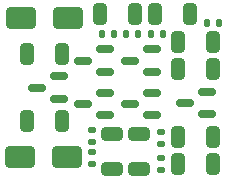
<source format=gtp>
%TF.GenerationSoftware,KiCad,Pcbnew,8.0.9-8.0.9-0~ubuntu24.04.1*%
%TF.CreationDate,2025-07-21T09:14:06-04:00*%
%TF.ProjectId,cap_multiplier_tile,6361705f-6d75-46c7-9469-706c6965725f,0.1.X*%
%TF.SameCoordinates,Original*%
%TF.FileFunction,Paste,Top*%
%TF.FilePolarity,Positive*%
%FSLAX46Y46*%
G04 Gerber Fmt 4.6, Leading zero omitted, Abs format (unit mm)*
G04 Created by KiCad (PCBNEW 8.0.9-8.0.9-0~ubuntu24.04.1) date 2025-07-21 09:14:06*
%MOMM*%
%LPD*%
G01*
G04 APERTURE LIST*
G04 Aperture macros list*
%AMRoundRect*
0 Rectangle with rounded corners*
0 $1 Rounding radius*
0 $2 $3 $4 $5 $6 $7 $8 $9 X,Y pos of 4 corners*
0 Add a 4 corners polygon primitive as box body*
4,1,4,$2,$3,$4,$5,$6,$7,$8,$9,$2,$3,0*
0 Add four circle primitives for the rounded corners*
1,1,$1+$1,$2,$3*
1,1,$1+$1,$4,$5*
1,1,$1+$1,$6,$7*
1,1,$1+$1,$8,$9*
0 Add four rect primitives between the rounded corners*
20,1,$1+$1,$2,$3,$4,$5,0*
20,1,$1+$1,$4,$5,$6,$7,0*
20,1,$1+$1,$6,$7,$8,$9,0*
20,1,$1+$1,$8,$9,$2,$3,0*%
G04 Aperture macros list end*
%ADD10RoundRect,0.135000X-0.135000X-0.185000X0.135000X-0.185000X0.135000X0.185000X-0.135000X0.185000X0*%
%ADD11RoundRect,0.135000X0.185000X-0.135000X0.185000X0.135000X-0.185000X0.135000X-0.185000X-0.135000X0*%
%ADD12RoundRect,0.250000X-0.325000X-0.650000X0.325000X-0.650000X0.325000X0.650000X-0.325000X0.650000X0*%
%ADD13RoundRect,0.250000X-0.650000X0.325000X-0.650000X-0.325000X0.650000X-0.325000X0.650000X0.325000X0*%
%ADD14RoundRect,0.135000X-0.185000X0.135000X-0.185000X-0.135000X0.185000X-0.135000X0.185000X0.135000X0*%
%ADD15RoundRect,0.250000X0.325000X0.650000X-0.325000X0.650000X-0.325000X-0.650000X0.325000X-0.650000X0*%
%ADD16RoundRect,0.150000X0.587500X0.150000X-0.587500X0.150000X-0.587500X-0.150000X0.587500X-0.150000X0*%
%ADD17RoundRect,0.135000X0.135000X0.185000X-0.135000X0.185000X-0.135000X-0.185000X0.135000X-0.185000X0*%
%ADD18RoundRect,0.250000X1.000000X0.650000X-1.000000X0.650000X-1.000000X-0.650000X1.000000X-0.650000X0*%
%ADD19RoundRect,0.250000X-1.000000X-0.650000X1.000000X-0.650000X1.000000X0.650000X-1.000000X0.650000X0*%
G04 APERTURE END LIST*
D10*
%TO.C,R2*%
X2890000Y4550000D03*
X3910000Y4550000D03*
%TD*%
D11*
%TO.C,R7*%
X3700000Y-7010000D03*
X3700000Y-5990000D03*
%TD*%
D10*
%TO.C,R4*%
X790000Y4550000D03*
X1810000Y4550000D03*
%TD*%
D12*
%TO.C,C7*%
X3200000Y6200000D03*
X6150000Y6200000D03*
%TD*%
D10*
%TO.C,R3*%
X-1310000Y4550000D03*
X-290000Y4550000D03*
%TD*%
D13*
%TO.C,C14*%
X1850000Y-3925000D03*
X1850000Y-6875000D03*
%TD*%
D12*
%TO.C,C11*%
X5175000Y-6450000D03*
X8125000Y-6450000D03*
%TD*%
D14*
%TO.C,R8*%
X-2100000Y-3540000D03*
X-2100000Y-4560000D03*
%TD*%
D15*
%TO.C,C6*%
X1525000Y6200000D03*
X-1425000Y6200000D03*
%TD*%
D12*
%TO.C,C3*%
X5200000Y3850000D03*
X8150000Y3850000D03*
%TD*%
D16*
%TO.C,Q3*%
X-987500Y-2350000D03*
X-987500Y-450000D03*
X-2862500Y-1400000D03*
%TD*%
%TO.C,Q1*%
X-987500Y1350000D03*
X-987500Y3250000D03*
X-2862500Y2300000D03*
%TD*%
D17*
%TO.C,R5*%
X8660000Y5500000D03*
X7640000Y5500000D03*
%TD*%
D14*
%TO.C,R10*%
X3700000Y-3740000D03*
X3700000Y-4760000D03*
%TD*%
%TO.C,R9*%
X-2100000Y-5440000D03*
X-2100000Y-6460000D03*
%TD*%
D15*
%TO.C,C5*%
X-4675000Y2850000D03*
X-7625000Y2850000D03*
%TD*%
D16*
%TO.C,Q4*%
X2937500Y-2350000D03*
X2937500Y-450000D03*
X1062500Y-1400000D03*
%TD*%
D15*
%TO.C,C12*%
X-4675000Y-2850000D03*
X-7625000Y-2850000D03*
%TD*%
D16*
%TO.C,D3*%
X7637500Y-2250000D03*
X7637500Y-350000D03*
X5762500Y-1300000D03*
%TD*%
%TO.C,Q2*%
X2937500Y1350000D03*
X2937500Y3250000D03*
X1062500Y2300000D03*
%TD*%
D15*
%TO.C,C4*%
X8150000Y1550000D03*
X5200000Y1550000D03*
%TD*%
D18*
%TO.C,D1*%
X-4150000Y5900000D03*
X-8150000Y5900000D03*
%TD*%
D13*
%TO.C,C13*%
X-460000Y-3925000D03*
X-460000Y-6875000D03*
%TD*%
D19*
%TO.C,D4*%
X-8195000Y-5900000D03*
X-4195000Y-5900000D03*
%TD*%
D16*
%TO.C,D2*%
X-4912500Y-950000D03*
X-4912500Y950000D03*
X-6787500Y0D03*
%TD*%
D15*
%TO.C,C10*%
X8125000Y-4150000D03*
X5175000Y-4150000D03*
%TD*%
M02*

</source>
